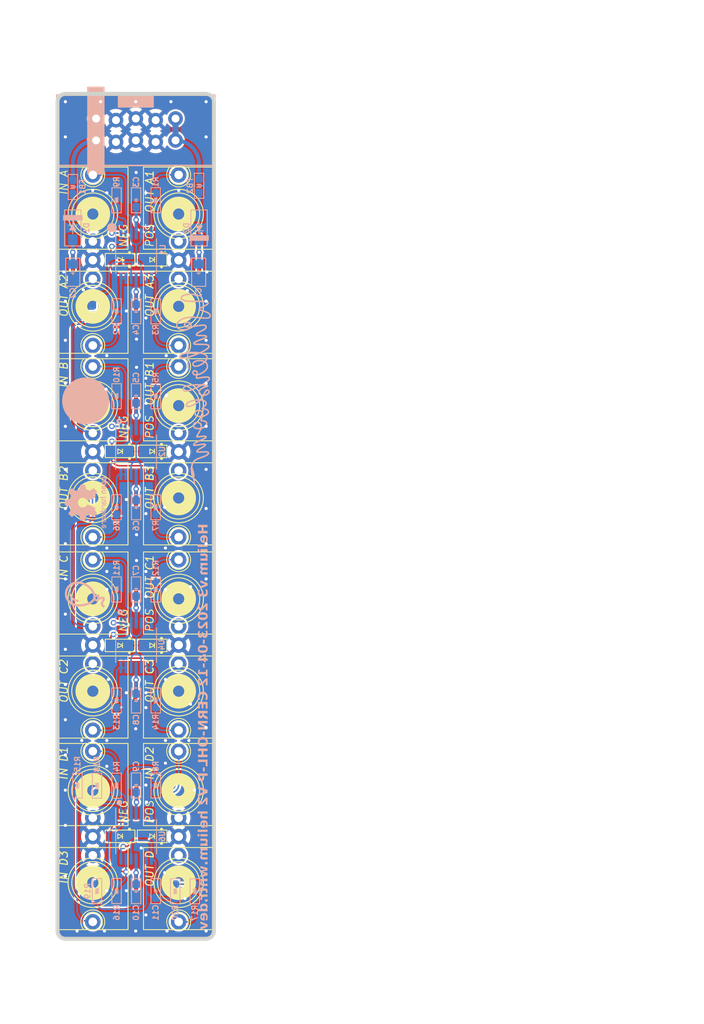
<source format=kicad_pcb>
(kicad_pcb (version 20221018) (generator pcbnew)
  (title_block (title "Helium") (date "2023-04-12") (rev "v3") (company "Winterbloom") (comment 1 "Alethea Flowers") (comment 2 "CERN-OHL-P V2") (comment 3 "helium.wntr.dev"))
  (layers (0 "F.Cu" signal) (31 "B.Cu" signal) (34 "B.Paste" user) (35 "F.Paste" user) (36 "B.SilkS" user "B.Silkscreen") (37 "F.SilkS" user "F.Silkscreen") (38 "B.Mask" user) (39 "F.Mask" user) (44 "Edge.Cuts" user))
  (net 0 "")
  (net 1 "GND")
  (net 2 "+12V")
  (net 3 "-12V")
  (net 4 "Net-(FB1-Pad2)")
  (net 5 "Net-(FB2-Pad2)")
  (net 6 "Net-(U6C--)")
  (net 7 "Net-(U6D-+)")
  (net 8 "Net-(D1-K)")
  (net 9 "Net-(D2-A)")
  (net 10 "Net-(R18-Pad1)")
  (net 11 "Net-(D3-A)")
  (net 12 "Net-(D3-K)")
  (net 13 "Net-(D5-A)")
  (net 14 "Net-(D5-K)")
  (net 15 "Net-(D7-A)")
  (net 16 "Net-(D7-K)")
  (net 17 "Net-(D10-K)")
  (net 18 "Net-(D10-A)")
  (net 19 "Net-(J2-Tip)")
  (net 20 "Net-(J3-Tip)")
  (net 22 "Net-(J4-Tip)")
  (net 24 "Net-(J5-Tip)")
  (net 26 "Net-(J12-Tip_normalize)")
  (net 27 "Net-(J8-Tip)")
  (net 29 "Net-(J9-Tip)")
  (net 31 "Net-(J10-Tip)")
  (net 33 "Net-(J12-Tip)")
  (net 34 "Net-(J13-Tip)")
  (net 36 "Net-(J14-Tip)")
  (net 38 "Net-(J15-Tip)")
  (net 40 "Net-(J17-Tip)")
  (net 42 "Net-(J18-Tip)")
  (net 43 "Net-(J19-Tip)")
  (net 44 "Net-(J20-Tip)")
  (net 45 "Net-(U1B--)")
  (net 46 "Net-(U1D--)")
  (net 47 "Net-(U1C--)")
  (net 48 "Net-(U6A--)")
  (net 49 "Net-(U2B--)")
  (net 50 "Net-(U2D--)")
  (net 51 "Net-(U2C--)")
  (net 52 "Net-(U4B--)")
  (net 53 "Net-(U4D--)")
  (net 54 "Net-(U4C--)")
  (net 55 "Net-(U6B--)")
  (footprint "winterbloom:AudioJack_WQP518MA_Compact_S" (layer "F.Cu") (at 104.39 63.31)
    (fp_text reference "J3" hide)
    (fp_text value "OUT A1")
  )
  (footprint "winterbloom:AudioJack_WQP518MA_No_S" (layer "F.Cu") (at 93.41 75.11 180)
    (fp_text reference "J4" hide)
    (fp_text value "OUT A2")
  )
  (footprint "winterbloom:AudioJack_WQP518MA_No_S" (layer "F.Cu") (at 104.39 75.11 180)
    (fp_text reference "J5" hide)
    (fp_text value "OUT A3")
  )
  (footprint "winterbloom:AudioJack_WQP518MA_Compact_S" (layer "F.Cu") (at 104.39 87.8)
    (fp_text reference "J8" hide)
    (fp_text value "OUT B1")
  )
  (footprint "winterbloom:AudioJack_WQP518MA_No_S" (layer "F.Cu") (at 93.41 99.6 180)
    (fp_text reference "J9" hide)
    (fp_text value "OUT B2")
  )
  (footprint "winterbloom:AudioJack_WQP518MA_No_S" (layer "F.Cu") (at 104.39 99.6 180)
    (fp_text reference "J10" hide)
    (fp_text value "OUT B3")
  )
  (footprint "winterbloom:AudioJack_WQP518MA_Compact_S" (layer "F.Cu") (at 93.41 63.31)
    (fp_text reference "J2" hide)
    (fp_text value "IN A")
  )
  (footprint "winterbloom:AudioJack_WQP518MA_Compact_S" (layer "F.Cu") (at 93.41 87.8)
    (fp_text reference "J7" hide)
    (fp_text value "IN B")
  )
  (footprint "winterbloom:LED_0805_Kingbright_APT2012" (layer "F.Cu") (at 101 69.15 180)
    (fp_text reference "D3" hide)
    (fp_text value "POS")
  )
  (footprint "winterbloom:LED_0805_Kingbright_APT2012" (layer "F.Cu") (at 96.9 93.65 180)
    (fp_text reference "D6" hide)
    (fp_text value "NEG")
  )
  (footprint "winterbloom:LED_0805_Kingbright_APT2012" (layer "F.Cu") (at 101 118.45 180)
    (fp_text reference "D7" hide)
    (fp_text value "POS")
  )
  (footprint "winterbloom:LED_0805_Kingbright_APT2012" (layer "F.Cu") (at 96.9 118.45 180)
    (fp_text reference "D8" hide)
    (fp_text value "NEG")
  )
  (footprint "winterbloom:LED_0805_Kingbright_APT2012" (layer "F.Cu") (at 101 142.85 180)
    (fp_text reference "D9" hide)
    (fp_text value "POS")
  )
  (footprint "winterbloom:LED_0805_Kingbright_APT2012" (layer "F.Cu") (at 96.9 142.85 180)
    (fp_text reference "D10" hide)
    (fp_text value "NEG")
  )
  (footprint "winterbloom:AudioJack_WQP518MA_Compact_S" (layer "F.Cu") (at 93.41 112.5)
    (fp_text reference "J12" hide)
    (fp_text value "IN C")
  )
  (footprint "winterbloom:AudioJack_WQP518MA_Compact_S" (layer "F.Cu") (at 104.39 112.5)
    (fp_text reference "J13" hide)
    (fp_text value "OUT C1")
  )
  (footprint "winterbloom:AudioJack_WQP518MA_No_S" (layer "F.Cu") (at 93.41 124.3 180)
    (fp_text reference "J14" hide)
    (fp_text value "OUT C2")
  )
  (footprint "winterbloom:AudioJack_WQP518MA_No_S" (layer "F.Cu") (at 104.39 124.3 180)
    (fp_text reference "J15" hide)
    (fp_text value "OUT C3")
  )
  (footprint "winterbloom:AudioJack_WQP518MA_Compact_S" (layer "F.Cu") (at 104.39 136.98)
    (fp_text reference "J19" hide)
    (fp_text value "IN D2")
  )
  (footprint "winterbloom:AudioJack_WQP518MA_Compact_S" (layer "F.Cu") (at 93.41 136.98)
    (fp_text reference "J18" hide)
    (fp_text value "IN D1")
  )
  (footprint "winterbloom:LED_0805_Kingbright_APT2012" (layer "F.Cu") (at 96.9 69.15 180)
    (fp_text reference "D4" hide)
    (fp_text value "NEG")
  )
  (footprint "winterbloom:LED_0805_Kingbright_APT2012" (layer "F.Cu") (at 101 93.65 180)
    (fp_text reference "D5" hide)
    (fp_text value "POS")
  )
  (footprint "winterbloom:AudioJack_WQP518MA_No_S" (layer "F.Cu") (at 104.39 148.78 180)
    (fp_text reference "J17" hide)
    (fp_text value "OUT D")
  )
  (footprint "winterbloom:AudioJack_WQP518MA_No_S" (layer "F.Cu") (at 93.41 148.78 180)
    (fp_text reference "J20" hide)
    (fp_text value "IN D3")
  )
  (footprint "winterbloom:C_0805_HandSolder" (layer "B.Cu") (at 106.95 70.75 -90)
    (fp_text reference "C1")
    (fp_text value "10u")
  )
  (footprint "winterbloom:C_0805_HandSolder" (layer "B.Cu") (at 90.85 70.75 -90)
    (fp_text reference "C2")
    (fp_text value "10u")
  )
  (footprint "winterbloom:C_0603_HandSolder" (layer "B.Cu") (at 98.95 61.55 90)
    (fp_text reference "C3")
    (fp_text value "100n")
  )
  (footprint "winterbloom:C_0603_HandSolder" (layer "B.Cu") (at 98.95 75.7375 -90)
    (fp_text reference "C4")
    (fp_text value "100n")
  )
  (footprint "winterbloom:C_0603_HandSolder" (layer "B.Cu") (at 98.95 86.6 90)
    (fp_text reference "C5")
    (fp_text value "100n")
  )
  (footprint "winterbloom:C_0603_HandSolder" (layer "B.Cu") (at 98.95 100.7875 -90)
    (fp_text reference "C6")
    (fp_text value "100n")
  )
  (footprint "winterbloom:D_SOD-123+SOD-123F" (layer "B.Cu") (at 90.85 65.0875 -90)
    (fp_text reference "D1")
    (fp_text value "30V")
  )
  (footprint "winterbloom:D_SOD-123+SOD-123F" (layer "B.Cu") (at 107 65.0875 90)
    (fp_text reference "D2")
    (fp_text value "30V")
  )
  (footprint "winterbloom:L_0603_HandSolder" (layer "B.Cu") (at 90.854037 59.85 90)
    (fp_text reference "FB1")
    (fp_text value "1k @ 100MHz")
  )
  (footprint "winterbloom:R_0603_HandSolder" (layer "B.Cu") (at 101.45 61.55 -90)
    (fp_text reference "R1")
    (fp_text value "51R")
  )
  (footprint "winterbloom:R_0603_HandSolder" (layer "B.Cu") (at 96.45 75.7375 90)
    (fp_text reference "R2")
    (fp_text value "51R")
  )
  (footprint "winterbloom:R_0603_HandSolder" (layer "B.Cu") (at 101.45 75.7375 90)
    (fp_text reference "R3")
    (fp_text value "51R")
  )
  (footprint "winterbloom:R_0603_HandSolder" (layer "B.Cu") (at 101.45 86.6 -90)
    (fp_text reference "R5")
    (fp_text value "51R")
  )
  (footprint "winterbloom:R_0603_HandSolder" (layer "B.Cu") (at 96.45 100.7875 90)
    (fp_text reference "R6")
    (fp_text value "51R")
  )
  (footprint "winterbloom:R_0603_HandSolder" (layer "B.Cu") (at 101.45 100.7875 90)
    (fp_text reference "R7")
    (fp_text value "51R")
  )
  (footprint "Package_SO:TSSOP-14_4.4x5mm_P0.65mm" (layer "B.Cu") (at 98.95 68.675 -90)
    (fp_text reference "U1")
    (fp_text value "OPA4991" hide)
  )
  (footprint "Package_SO:TSSOP-14_4.4x5mm_P0.65mm" (layer "B.Cu") (at 98.95 93.725 -90)
    (fp_text reference "U2")
    (fp_text value "OPA4991" hide)
  )
  (footprint "winterbloom:L_0603_HandSolder" (layer "B.Cu") (at 106.995962 59.7 90)
    (fp_text reference "FB2")
    (fp_text value "1k @ 100MHz")
  )
  (footprint "winterbloom:R_0603_HandSolder" (layer "B.Cu") (at 96.447244 61.55 -90)
    (fp_text reference "R9")
    (fp_text value "1.5k")
  )
  (footprint "winterbloom:R_0603_HandSolder" (layer "B.Cu") (at 96.45 86.6 -90)
    (fp_text reference "R10")
    (fp_text value "1.5k")
  )
  (footprint "winterbloom:Eurorack_Power_2x5_Shrouded_Lock" (layer "B.Cu") (at 93.83 51.207976)
    (fp_text reference "J1" hide)
    (fp_text value "Power" hide)
  )
  (footprint "winterbloom:R_0603_HandSolder" (layer "B.Cu") (at 96.45 111.3 -90)
    (fp_text reference "R11")
    (fp_text value "1.5k")
  )
  (footprint "winterbloom:R_0603_HandSolder" (layer "B.Cu") (at 101.45 111.3 -90)
    (fp_text reference "R12")
    (fp_text value "51R")
  )
  (footprint "winterbloom:R_0603_HandSolder" (layer "B.Cu") (at 96.45 125.4875 90)
    (fp_text reference "R13")
    (fp_text value "51R")
  )
  (footprint "winterbloom:R_0603_HandSolder" (layer "B.Cu") (at 101.45 125.4875 90)
    (fp_text reference "R14")
    (fp_text value "51R")
  )
  (footprint "winterbloom:R_0603_HandSolder" (layer "B.Cu") (at 96.45 149.85 90)
    (fp_text reference "R16")
    (fp_text value "1.5k")
  )
  (footprint "Package_SO:TSSOP-14_4.4x5mm_P0.65mm" (layer "B.Cu") (at 98.95 118.425 -90)
    (fp_text reference "U4")
    (fp_text value "OPA4991" hide)
  )
  (footprint "Package_SO:TSSOP-14_4.4x5mm_P0.65mm" (layer "B.Cu") (at 98.95 142.88 -90)
    (fp_text reference "U6")
    (fp_text value "OPA4991" hide)
  )
  (footprint "winterbloom:C_0603_HandSolder" (layer "B.Cu") (at 98.95 111.3 90)
    (fp_text reference "C7")
    (fp_text value "100n")
  )
  (footprint "winterbloom:C_0603_HandSolder" (layer "B.Cu") (at 98.95 125.4875 -90)
    (fp_text reference "C8")
    (fp_text value "100n")
  )
  (footprint "winterbloom:C_0603_HandSolder" (layer "B.Cu") (at 98.95 136.35 90)
    (fp_text reference "C9")
    (fp_text value "100n")
  )
  (footprint "winterbloom:C_0603_HandSolder" (layer "B.Cu") (at 98.95 149.85 -90)
    (fp_text reference "C10")
    (fp_text value "100n")
  )
  (footprint "winterbloom:R_0603_HandSolder" (layer "B.Cu") (at 101.45 136.35 -90)
    (fp_text reference "R8")
    (fp_text value "100k")
  )
  (footprint "winterbloom:C_0603_HandSolder" (layer "B.Cu") (at 101.45 149.85 90)
    (fp_text reference "C11")
    (fp_text value "12p")
  )
  (footprint "winterbloom:R_0603_HandSolder" (layer "B.Cu") (at 96.45 136.38 90)
    (fp_text reference "R4")
    (fp_text value "100k")
  )
  (footprint "winterbloom:R_0603_HandSolder" (layer "B.Cu") (at 91.45 136.38 -90)
    (fp_text reference "R15")
    (fp_text value "100k")
  )
  (footprint "winterbloom:R_0603_HandSolder" (layer "B.Cu") (at 93.95 136.38 90)
    (fp_text reference "R18")
    (fp_text value "100k")
  )
  (footprint "winterbloom:R_0603_HandSolder" (layer "B.Cu") (at 93.95 149.85 90)
    (fp_text reference "R19")
    (fp_text value "100k")
  )
  (footprint "winterbloom:R_0603_HandSolder" (layer "B.Cu") (at 103.95 149.88 -90)
    (fp_text reference "R20")
    (fp_text value "100k")
  )
  (footprint "winterbloom:R_0603_HandSolder" (layer "B.Cu") (at 106.45 149.88 90)
    (fp_text reference "R17")
    (fp_text value "51R")
  )
  (footprint "winterbloom:Extra_Long_Wiggly_Boi_25mm" (layer "B.Cu") (at 106.29 85.6 -90)
    (fp_text reference "G***" hide)
    (fp_text value "LOGO" hide)
  )
  (footprint "Symbol:OSHW-Logo2_7.3x6mm_SilkScreen" (layer "B.Cu") (at 92.59 100.2 -90)
    (fp_text reference "REF**" hide)
    (fp_text value "OSHW-Logo2_7.3x6mm_SilkScreen" hide)
  )
  (footprint "Graphics" (layer "B.Cu") (at 92.4 111.95 -90)
    (fp_text reference "")
    (fp_text value "")
  )
  (gr_circle (center 96.8 89.7875) (end 96.9 89.7875) (stroke (width 0.25)) (fill none) (layer "B.SilkS"))
  (gr_circle (center 96.9 114.185) (end 97 114.185) (stroke (width 0.25)) (fill none) (layer "B.SilkS"))
  (gr_circle (center 96.8 138.55) (end 96.9 138.55) (stroke (width 0.25)) (fill none) (layer "B.SilkS"))
  (gr_circle (center 92.49 87.2) (end 93.99 87.2) (stroke (width 3)) (fill none) (layer "B.SilkS"))
  (gr_circle (center 95.84 65.075) (end 96.34 65.075) (stroke (width 0.25)) (fill solid) (layer "B.SilkS"))
  (gr_line (start 88.9 154.95) (end 88.9 48.95) (stroke (width 0.5)) (layer "Edge.Cuts"))
  (gr_arc (start 88.9 48.95) (mid 89.192893 48.242893) (end 89.9 47.95) (stroke (width 0.5)) (layer "Edge.Cuts"))
  (gr_arc (start 89.9 155.95) (mid 89.192893 155.657107) (end 88.9 154.95) (stroke (width 0.5)) (layer "Edge.Cuts"))
  (gr_line (start 108.9 48.95) (end 108.9 154.95) (stroke (width 0.5)) (layer "Edge.Cuts"))
  (gr_arc (start 107.9 47.95) (mid 108.607107 48.242893) (end 108.9 48.95) (stroke (width 0.5)) (layer "Edge.Cuts"))
  (gr_line (start 89.9 47.95) (end 107.9 47.95) (stroke (width 0.5)) (layer "Edge.Cuts"))
  (gr_line (start 107.9 155.95) (end 89.9 155.95) (stroke (width 0.5)) (layer "Edge.Cuts"))
  (gr_arc (start 108.9 154.95) (mid 108.607107 155.657107) (end 107.9 155.95) (stroke (width 0.5)) (layer "Edge.Cuts"))
  (gr_text "${TITLE} ${REVISION} ${ISSUE_DATE} ${COMMENT2} ${COMMENT3}" (at 108.29 154.8 90) (layer "B.SilkS") (effects (font (size 1.2 1.2) (thickness 0.24) bold) (justify right bottom mirror)))
  (via (at 89.9 118.95) (size 0.7) (drill 0.4) (layers "F.Cu" "B.Cu") (net 1))
  (via (at 102.8 86.5) (size 0.7) (drill 0.4) (layers "F.Cu" "B.Cu") (net 1))
  (via (at 89.9 132.45) (size 0.7) (drill 0.4) (layers "F.Cu" "B.Cu") (net 1))
  (via (at 95.2 60.6) (size 0.7) (drill 0.4) (layers "F.Cu" "B.Cu") (net 1))
  (via (at 92 130.6) (size 0.7) (drill 0.4) (layers "F.Cu" "B.Cu") (net 1))
  (via (at 100.2 60.6) (size 0.7) (drill 0.4) (layers "F.Cu" "B.Cu") (net 1))
  (via (at 100.2 84.3) (size 0.7) (drill 0.4) (layers "F.Cu" "B.Cu") (net 1))
  (via (at 103.4 48.95) (size 0.7) (drill 0.4) (layers "F.Cu" "B.Cu") (net 1))
  (via (at 89.9 123.45) (size 0.7) (drill 0.4) (layers "F.Cu" "B.Cu") (net 1))
  (via (at 100.2 126.4) (size 0.7) (drill 0.4) (layers "F.Cu" "B.Cu") (net 1))
  (via (at 98.95 58) (size 0.7) (drill 0.4) (layers "F.Cu" "B.Cu") (net 1))
  (via (at 99.6 144.35) (size 0.7) (drill 0.4) (layers "F.Cu" "B.Cu") (net 1))
  (via (at 105.7 130.6) (size 0.7) (drill 0.4) (layers "F.Cu" "B.Cu") (net 1))
  (via (at 97.7 149.8) (size 0.7) (drill 0.4) (layers "F.Cu" "B.Cu") (net 1))
  (via (at 105.9 110.95) (size 0.7) (drill 0.4) (layers "F.Cu" "B.Cu") (net 1))
  (via (at 105.5 73.1) (size 0.7) (drill 0.4) (layers "F.Cu" "B.Cu") (net 1))
  (via (at 105.9 125.95) (size 0.7) (drill 0.4) (layers "F.Cu" "B.Cu") (net 1))
  (via (at 98.9 48.95) (size 0.7) (drill 0.4) (layers "F.Cu" "B.Cu") (net 1))
  (via (at 102.6 100.8) (size 0.7) (drill 0.4) (layers "F.Cu" "B.Cu") (net 1))
  (via (at 95.2 111.3) (size 0.7) (drill 0.4) (layers "F.Cu" "B.Cu") (net 1))
  (via (at 89.9 53.45) (size 0.7) (drill 0.4) (layers "F.Cu" "B.Cu") (net 1))
  (via (at 102.7 122.8) (size 0.7) (drill 0.4) (layers "F.Cu" "B.Cu") (net 1))
  (via (at 89.9 141.45) (size 0.7) (drill 0.4) (layers "F.Cu" "B.Cu") (net 1))
  (via (at 89.9 79.45) (size 0.7) (drill 0.4) (layers "F.Cu" "B.Cu") (net 1))
  (via (at 89.9 147.95) (size 0.7) (drill 0.4) (layers "F.Cu" "B.Cu") (net 1))
  (via (at 102.7 111.3) (size 0.7) (drill 0.4) (layers "F.Cu" "B.Cu") (net 1))
  (via (at 89.9 105.45) (size 0.7) (drill 0.4) (layers "F.Cu" "B.Cu") (net 1))
  (via (at 89.9 127.95) (size 0.7) (drill 0.4) (layers "F.Cu" "B.Cu") (net 1))
  (via (at 100.2 76.6) (size 0.7) (drill 0.4) (layers "F.Cu" "B.Cu") (net 1))
  (via (at 104.4 60.3) (size 0.7) (drill 0.4) (layers "F.Cu" "B.Cu") (net 1))
  (via (at 100.2 152.9) (size 0.7) (drill 0.4) (layers "F.Cu" "B.Cu") (net 1))
  (via (at 89.9 74.45) (size 0.7) (drill 0.4) (layers "F.Cu" "B.Cu") (net 1))
  (via (at 107.9 109.95) (size 0.7) (drill 0.4) (layers "F.Cu" "B.Cu") (net 1))
  (via (at 102.7 133.5) (size 0.7) (drill 0.4) (layers "F.Cu" "B.Cu") (net 1))
  (via (at 106.4 136.95) (size 0.7) (drill 0.4) (layers "F.Cu" "B.Cu") (net 1))
  (via (at 95.2 109) (size 0.7) (drill 0.4) (layers "F.Cu" "B.Cu") (net 1))
  (via (at 100.2 109) (size 0.7) (drill 0.4) (layers "F.Cu" "B.Cu") (net 1))
  (via (at 89.9 100.95) (size 0.7) (drill 0.4) (layers "F.Cu" "B.Cu") (net 1))
  (via (at 107.9 105.45) (size 0.7) (drill 0.4) (layers "F.Cu" "B.Cu") (net 1))
  (via (at 99 104.3) (size 0.7) (drill 0.4) (layers "F.Cu" "B.Cu") (net 1))
  (via (at 100.3 138.5) (size 0.7) (drill 0.4) (layers "F.Cu" "B.Cu") (net 1))
  (via (at 102.6 147.5) (size 0.7) (drill 0.4) (layers "F.Cu" "B.Cu") (net 1))
  (via (at 91.4 154.95) (size 0.7) (drill 0.4) (layers "F.Cu" "B.Cu") (net 1))
  (via (at 100.2 112.2) (size 0.7) (drill 0.4) (layers "F.Cu" "B.Cu") (net 1))
  (via (at 95.2 130.6) (size 0.7) (drill 0.4) (layers "F.Cu" "B.Cu") (net 1))
  (via (at 89.9 84.95) (size 0.7) (drill 0.4) (layers "F.Cu" "B.Cu") (net 1))
  (via (at 89.9 136.95) (size 0.7) (drill 0.4) (layers "F.Cu" "B.Cu") (net 1))
  (via (at 102.7 130.6) (size 0.7) (drill 0.4) (layers "F.Cu" "B.Cu") (net 1))
  (via (at 102.9 154.95) (size 0.7) (drill 0.4) (layers "F.Cu" "B.Cu") (net 1))
  (via (at 100.2 87.5) (size 0.7) (drill 0.4) (layers "F.Cu" "B.Cu") (net 1))
  (via (at 97.7 75.7) (size 0.7) (drill 0.4) (layers "F.Cu" "B.Cu") (net 1))
  (via (at 108 70.7) (size 0.7) (drill 0.4) (layers "F.Cu" "B.Cu") (net 1))
  (via (at 107.9 74.45) (size 0.7) (drill 0.4) (layers "F.Cu" "B.Cu") (net 1))
  (via (at 95.4 122.8) (size 0.7) (drill 0.4) (layers "F.Cu" "B.Cu") (net 1))
  (via (at 95.2 133.9) (size 0.7) (drill 0.4) (layers "F.Cu" "B.Cu") (net 1))
  (via (at 94.4 48.95) (size 0.7) (drill 0.4) (layers "F.Cu" "B.Cu") (net 1))
  (via (at 89.9 95.95) (size 0.7) (drill 0.4) (layers "F.Cu" "B.Cu") (net 1))
  (via (at 107.9 90.45) (size 0.7) (drill 0.4) (layers "F.Cu" "B.Cu") (net 1))
  (via (at 107.9 100.95) (size 0.7) (drill 0.4) (layers "F.Cu" "B.Cu") (net 1))
  (via (at 99 79.3) (size 0.7) (drill 0.4) (layers "F.Cu" "B.Cu") (net 1))
  (via (at 89.7 70.7) (size 0.7) (drill 0.4) (layers "F.Cu" "B.Cu") (net 1))
  (via (at 107.9 53.45) (size 0.7) (drill 0.4) (layers "F.Cu" "B.Cu") (net 1))
  (via (at 100.2 124.5) (size 0.7) (drill 0.4) (layers "F.Cu" "B.Cu") (net 1))
  (via (at 89.9 48.95) (size 0.7) (drill 0.4) (layers "F.Cu" "B.Cu") (net 1))
  (via (at 95.1 85.7) (size 0.7) (drill 0.4) (layers "F.Cu" "B.Cu") (net 1))
  (via (at 89.9 90.45) (size 0.7) (drill 0.4) (layers "F.Cu" "B.Cu") (net 1))
  (via (at 107.9 128.95) (size 0.7) (drill 0.4) (layers "F.Cu" "B.Cu") (net 1))
  (via (at 95.2 81.4) (size 0.7) (drill 0.4) (layers "F.Cu" "B.Cu") (net 1))
  (via (at 93.4 60.3) (size 0.7) (drill 0.4) (layers "F.Cu" "B.Cu") (net 1))
  (via (at 89.9 114.45) (size 0.7) (drill 0.4) (layers "F.Cu" "B.Cu") (net 1))
  (via (at 95.2 149.8) (size 0.7) (drill 0.4) (layers "F.Cu" "B.Cu") (net 1))
  (via (at 89.9 109.95) (size 0.7) (drill 0.4) (layers "F.Cu" "B.Cu") (net 1))
  (via (at 98.9 129.1) (size 0.7) (drill 0.4) (layers "F.Cu" "B.Cu") (net 1))
  (via (at 97.7 124.5) (size 0.7) (drill 0.4) (layers "F.Cu" "B.Cu") (net 1))
  (via (at 107.9 95.95) (size 0.7) (drill 0.4) (layers "F.Cu" "B.Cu") (net 1))
  (via (at 100.2 136.3) (size 0.7) (drill 0.4) (layers "F.Cu" "B.Cu") (net 1))
  (via (at 100.2 101.6) (size 0.7) (drill 0.4) (layers "F.Cu" "B.Cu") (net 1))
  (via (at 99 107.6) (size 0.7) (drill 0.4) (layers "F.Cu" "B.Cu") (net 1))
  (via (at 99 82.9) (size 0.7) (drill 0.4) (layers "F.Cu" "B.Cu") (net 1))
  (via (at 107.9 84.95) (size 0.7) (drill 0.4) (layers "F.Cu" "B.Cu") (net 1))
  (via (at 92.2 73) (size 0.7) (drill 0.4) (layers "F.Cu" "B.Cu") (net 1))
  (via (at 107.9 79.45) (size 0.7) (drill 0.4) (layers "F.Cu" "B.Cu") (net 1))
  (via (at 107.9 48.95) (size 0.7) (drill 0.4) (layers "F.Cu" "B.Cu") (net 1))
  (via (at 98.9 154.95) (size 0.7) (drill 0.4) (layers "F.Cu" "B.Cu") (net 1))
  (via (at 107.9 154.95) (size 0.7) (drill 0.4) (layers "F.Cu" "B.Cu") (net 1))
  (via (at 97.7 99.8) (size 0.7) (drill 0.4) (layers "F.Cu" "B.Cu") (net 1))
  (via (at 102.7 106) (size 0.7) (drill 0.4) (layers "F.Cu" "B.Cu") (net 1))
  (via (at 102.8 81.4) (size 0.7) (drill 0.4) (layers "F.Cu" "B.Cu") (net 1))
  (via (at 94.9 154.95) (size 0.7) (drill 0.4) (layers "F.Cu" "B.Cu") (net 1))
  (via (at 105.2 150.8) (size 0.7) (drill 0.4) (layers "F.Cu" "B.Cu") (net 1))
  (via (at 95.2 106) (size 0.7) (drill 0.4) (layers "F.Cu" "B.Cu") (net 1))
  (segment (start 100.42 65.23) (end 106.02 65.23) (width 0.5) (layer "F.Cu") (net 2))
  (segment (start 100.42 65.23) (end 100.13 65.23) (width 0.5) (layer "F.Cu") (net 2))
  (segment (start 107.02 67.08) (end 107.02 83.38) (width 0.5) (layer "F.Cu") (net 2))
  (segment (start 100.42 134.63) (end 104.82 134.63) (width 0.5) (layer "F.Cu") (net 2))
  (segment (start 100.42 85.43) (end 104.97 85.43) (width 0.5) (layer "F.Cu") (net 2))
  (segment (start 107.02 83.38) (end 107.02 106.43) (width 0.5) (layer "F.Cu") (net 2))
  (segment (start 99 136.4) (end 99 138.5) (width 0.5) (layer "F.Cu") (net 2))
  (segment (start 107.02 106.43) (end 107.02 107.53) (width 0.5) (layer "F.Cu") (net 2))
  (segment (start 107.02 66.23) (end 107.02 67.08) (width 0.5) (layer "F.Cu") (net 2))
  (segment (start 98.95 89.05) (end 98.95 86.9) (width 0.5) (layer "F.Cu") (net 2))
  (segment (start 107.02 106.43) (end 107.02 132.43) (width 0.5) (layer "F.Cu") (net 2))
  (segment (start 104.37 110.18) (end 100.52 110.18) (width 0.5) (layer "F.Cu") (net 2))
  (segment (start 99 136.05) (end 99 136.4) (width 0.5) (layer "F.Cu") (net 2))
  (segment (start 98.95 111.75) (end 98.95 113.65) (width 0.5) (layer "F.Cu") (net 2))
  (via (at 107 68.2) (size 0.7) (drill 0.4) (layers "F.Cu" "B.Cu") (net 2))
  (via (at 98.95 89.05) (size 0.7) (drill 0.4) (layers "F.Cu" "B.Cu") (net 2))
  (via (at 98.95 113.65) (size 0.7) (drill 0.4) (layers "F.Cu" "B.Cu") (net 2))
  (via (at 99 138.5) (size 0.7) (drill 0.4) (layers "F.Cu" "B.Cu") (net 2))
  (via (at 98.95 64.05) (size 0.7) (drill 0.4) (layers "F.Cu" "B.Cu") (net 2))
  (arc (start 98.95 86.9) (mid 99.380553 85.860553) (end 100.42 85.43) (width 0.5) (layer "F.Cu") (net 2))
  (arc (start 100.42 134.63) (mid 99.415908 135.045908) (end 99 136.05) (width 0.5) (layer "F.Cu") (net 2))
  (arc (start 100.52 110.18) (mid 99.409842 110.639842) (end 98.95 111.75) (width 0.5) (layer "F.Cu") (net 2))
  (arc (start 106.02 65.23) (mid 106.727107 65.522893) (end 107.02 66.23) (width 0.5) (layer "F.Cu") (net 2))
  (arc (start 107.02 83.38) (mid 106.419569 84.829569) (end 104.97 85.43) (width 0.5) (layer "F.Cu") (net 2))
  (arc (start 100.13 65.23) (mid 99.295614 64.884386) (end 98.95 64.05) (width 0.5) (layer "F.Cu") (net 2))
  (arc (start 107.02 107.53) (mid 106.243833 109.403833) (end 104.37 110.18) (width 0.5) (layer "F.Cu") (net 2))
  (arc (start 107.02 132.43) (mid 106.375635 133.985635) (end 104.82 134.63) (width 0.5) (layer "F.Cu") (net 2))
  (segment (start 98.95 89.05) (end 98.95 87.4625) (width 0.4) (layer "B.Cu") (net 2))
  (segment (start 107 68.2) (end 107 69.6625) (width 0.5) (layer "B.Cu") (net 2))
  (segment (start 98.95 65.8125) (end 98.95 62.4125) (width 0.4) (layer "B.Cu") (net 2))
  (segment (start 107 66.5875) (end 107 68.2) (width 0.5) (layer "B.Cu") (net 2))
  (segment (start 98.95 90.8625) (end 98.95 89.05) (width 0.4) (layer "B.Cu") (net 2))
  (segment (start 98.95 137.2125) (end 98.95 140.0175) (width 0.4) (layer "B.Cu") (net 2))
  (segment (start 98.95 113.65) (end 98.95 112.1625) (width 0.4) (layer "B.Cu") (net 2))
  (segment (start 98.95 115.5625) (end 98.95 113.65) (width 0.4) (layer "B.Cu") (net 2))
  (arc (start 107 69.6625) (mid 106.985355 69.697855) (end 106.95 69.7125) (width 0.5) (layer "B.Cu") (net 2))
  (segment (start 96.87 102.28) (end 96.92 102.28) (width 0.5) (layer "F.Cu") (net 3))
  (segment (start 93.42 77.73) (end 96.87 77.73) (width 0.5) (layer "F.Cu") (net 3))
  (segment (start 90.87 123.73) (end 90.87 124.23) (width 0.5) (layer "F.Cu") (net 3))
  (segment (start 98.95 75.65) (end 98.95 73.25) (width 0.5) (layer "F.Cu") (net 3))
  (segment (start 90.87 98.88) (end 90.87 99.73) (width 0.5) (layer "F.Cu") (net 3))
  (segment (start 90.87 98.88) (end 90.87 123.73) (width 0.5) (layer "F.Cu") (net 3))
  (segment (start 97.07 151.53) (end 97.22 151.53) (width 0.5) (layer "F.Cu") (net 3))
  (segment (start 93.42 126.78) (end 96.72 126.78) (width 0.5) (layer "F.Cu") (net 3))
  (segment (start 98.95 124.55) (end 98.95 122.85) (width 0.5) (layer "F.Cu") (net 3))
  (segment (start 98.95 100.25) (end 98.95 98.45) (width 0.5) (layer "F.Cu") (net 3))
  (segment (start 93.42 151.53) (end 97.07 151.53) (width 0.5) (layer "F.Cu") (net 3))
  (segment (start 90.87 75.18) (end 90.87 68.22) (width 0.5) (layer "F.Cu") (net 3))
  (segment (start 98.95 149.8) (end 98.95 147.5) (width 0.5) (layer "F.Cu") (net 3))
  (segment (start 90.87 75.13) (end 90.87 75.18) (width 0.5) (layer "F.Cu") (net 3))
  (segment (start 90.87 75.13) (end 90.87 98.88) (width 0.5) (layer "F.Cu") (net 3))
  (segment (start 93.42 102.28) (end 96.87 102.28) (width 0.5) (layer "F.Cu") (net 3))
  (segment (start 90.87 123.73) (end 90.87 148.98) (width 0.5) (layer "F.Cu") (net 3))
  (via (at 98.95 98.45) (size 0.7) (drill 0.4) (layers "F.Cu" "B.Cu") (net 3))
  (via (at 98.95 122.85) (size 0.7) (drill 0.4) (layers "F.Cu" "B.Cu") (net 3))
  (via (at 98.95 73.25) (size 0.7) (drill 0.4) (layers "F.Cu" "B.Cu") (net 3))
  (via (at 98.95 147.5) (size 0.7) (drill 0.4) (layers "F.Cu" "B.Cu") (net 3))
  (via (at 90.85 68.2) (size 0.7) (drill 0.4) (layers "F.Cu" "B.Cu") (net 3))
  (arc (start 97.22 151.53) (mid 98.443295 151.023295) (end 98.95 149.8) (width 0.5) (layer "F.Cu") (net 3))
  (arc (start 96.87 77.73) (mid 98.340782 77.120782) (end 98.95 75.65) (width 0.5) (layer "F.Cu") (net 3))
  (arc (start 90.87 148.98) (mid 91.616878 150.783122) (end 93.42 151.53) (width 0.5) (layer "F.Cu") (net 3))
  (arc (start 96.92 102.28) (mid 98.355427 101.685427) (end 98.95 100.25) (width 0.5) (layer "F.Cu") (net 3))
  (arc (start 90.87 75.18) (mid 91.616878 76.983122) (end 93.42 77.73) (width 0.5) (layer "F.Cu") (net 3))
  (arc (start 96.72 126.78) (mid 98.296848 126.126848) (end 98.95 124.55) (width 0.5) (layer "F.Cu") (net 3))
  (arc (start 90.87 124.23) (mid 91.616878 126.033122) (end 93.42 126.78) (width 0.5) (layer "F.Cu") (net 3))
  (arc (start 90.87 68.22) (mid 90.864142 68.205858) (end 90.85 68.2) (width 0.5) (layer "F.Cu") (net 3))
  (arc (start 90.87 99.73) (mid 91.616878 101.533122) (end 93.42 102.28) (width 0.5) (layer "F.Cu") (net 3))
  (segment (start 98.95 96.5875) (end 98.95 99.925) (width 0.4) (layer "B.Cu") (net 3))
  (segment (start 98.95 71.5375) (end 98.95 73.25) (width 0.4) (layer "B.Cu") (net 3))
  (segment (start 98.95 122.85) (end 98.95 124.625) (width 0.4) (layer "B.Cu") (net 3))
  (segment (start 90.85 68.2) (end 90.85 69.7125) (width 0.5) (layer "B.Cu") (net 3))
  (segment (start 98.95 73.25) (end 98.95 74.875) (width 0.4) (layer "B.Cu") (net 3))
  (segment (start 90.85 66.5875) (end 90.85 68.2) (width 0.5) (layer "B.Cu") (net 3))
  (segment (start 98.95 145.7425) (end 98.95 148.9875) (width 0.4) (layer "B.Cu") (net 3))
  (segment (start 98.95 121.2875) (end 98.95 122.85) (width 0.4) (layer "B.Cu") (net 3))
  (segment (start 93.83 53.900376) (end 93.83 51.106376) (width 0.8) (layer "B.Cu") (net 4))
  (segment (start 90.854037 58.975) (end 90.854037 56.876339) (width 0.5) (layer "B.Cu") (net 4))
  (arc (start 90.854037 56.876339) (mid 91.725676 54.772015) (end 93.83 53.900376) (width 0.5) (layer "B.Cu") (net 4))
  (segment (start 106.995962 58.825) (end 106.995962 56.906338) (width 0.5) (layer "B.Cu") (net 5))
  (segment (start 103.99 51.106376) (end 103.99 53.900376) (width 0.8) (layer "B.Cu") (net 5))
  (arc (start 106.995962 56.906338) (mid 106.115536 54.780802) (end 103.99 53.900376) (width 0.5) (layer "B.Cu") (net 5))
  (segment (start 93.95 151.28) (end 93.95 150.7625) (width 0.2) (layer "B.Cu") (net 6))
  (segment (start 99.35 152.18) (end 94.85 152.18) (width 0.2) (layer "B.Cu") (net 6))
  (segment (start 103.95 150.7925) (end 101.53 150.7925) (width 0.2) (layer "B.Cu") (net 6))
  (segment (start 100.25 145.7425) (end 100.25 149.5125) (width 0.2) (layer "B.Cu") (net 6))
  (segment (start 100.25 149.5125) (end 100.25 151.28) (width 0.2) (layer "B.Cu") (net 6))
  (arc (start 100.25 149.5125) (mid 100.601472 150.361028) (end 101.45 150.7125) (width 0.2) (layer "B.Cu") (net 6))
  (arc (start 101.53 150.7925) (mid 101.473431 150.769069) (end 101.45 150.7125) (width 0.2) (layer "B.Cu") (net 6))
  (arc (start 100.25 151.28) (mid 99.986396 151.916396) (end 99.35 152.18) (width 0.2) (layer "B.Cu") (net 6))
  (arc (start 94.85 152.18) (mid 94.213604 151.916396) (end 93.95 151.28) (width 0.2) (layer "B.Cu") (net 6))
  (segment (start 101.45 148.9875) (end 103.93 148.9875) (width 0.2) (layer "B.Cu") (net 7))
  (segment (start 98.3 145.7425) (end 98.3 144) (width 0.2) (layer "B.Cu") (net 7))
  (segment (start 103.95 148.9675) (end 106.45 148.9675) (width 0.2) (layer "B.Cu") (net 7))
  (segment (start 98.95 143.35) (end 100.25 143.35) (width 0.2) (layer "B.Cu") (net 7))
  (segment (start 101.45 148.9875) (end 101.45 146.2925) (width 0.2) (layer "B.Cu") (net 7))
  (segment (start 100.9 144) (end 100.9 145.7425) (width 0.2) (layer "B.Cu") (net 7))
  (arc (start 103.93 148.9875) (mid 103.944142 148.981642) (end 103.95 148.9675) (width 0.2) (layer "B.Cu") (net 7))
  (arc (start 101.45 146.2925) (mid 101.288909 145.903591) (end 100.9 145.7425) (width 0.2) (layer "B.Cu") (net 7))
  (arc (start 98.3 144) (mid 98.490381 143.540381) (end 98.95 143.35) (width 0.2) (layer "B.Cu") (net 7))
  (arc (start 100.25 143.35) (mid 100.709619 143.540381) (end 100.9 144) (width 0.2) (layer "B.Cu") (net 7))
  (segment (start 90.854037 60.725) (end 90.854037 63.583463) (width 0.5) (layer "B.Cu") (net 8))
  (arc (start 90.854037 63.583463) (mid 90.852855 63.586318) (end 90.85 63.5875) (width 0.5) (layer "B.Cu") (net 8))
  (segment (start 106.995962 60.575) (end 106.995962 63.583462) (width 0.5) (layer "B.Cu") (net 9))
  (arc (start 106.995962 63.583462) (mid 106.997145 63.586317) (end 107 63.5875) (width 0.5) (layer "B.Cu") (net 9))
  (segment (start 96.35 141.88) (end 96.25 141.88) (width 0.2) (layer "B.Cu") (net 10))
  (segment (start 95.45 142.68) (end 95.45 146.38) (width 0.2) (layer "B.Cu") (net 10))
  (segment (start 97 140.0175) (end 97 141.23) (width 0.2) (layer "B.Cu") (net 10))
  (segment (start 97 140.0175) (end 97 139.33) (width 0.2) (layer "B.Cu") (net 10))
  (segment (start 93.95 137.98) (end 93.95 137.2925) (width 0.2) (layer "B.Cu") (net 10))
  (segment (start 93.95 147.78) (end 93.95 148.9375) (width 0.2) (layer "B.Cu") (net 10))
  (segment (start 94.65 147.18) (end 94.55 147.18) (width 0.2) (layer "B.Cu") (net 10))
  (segment (start 96.35 138.68) (end 94.65 138.68) (width 0.2) (layer "B.Cu") (net 10))
  (arc (start 97 141.23) (mid 96.809619 141.689619) (end 96.35 141.88) (width 0.2) (layer "B.Cu") (net 10))
  (arc (start 94.65 138.68) (mid 94.155025 138.474975) (end 93.95 137.98) (width 0.2) (layer "B.Cu") (net 10))
  (arc (start 96.25 141.88) (mid 95.684315 142.114315) (end 95.45 142.68) (width 0.2) (layer "B.Cu") (net 10))
  (arc (start 97 139.33) (mid 96.809619 138.870381) (end 96.35 138.68) (width 0.2) (layer "B.Cu") (net 10))
  (arc (start 95.45 146.38) (mid 95.215685 146.945685) (end 94.65 147.18) (width 0.2) (layer "B.Cu") (net 10))
  (arc (start 94.55 147.18) (mid 94.125736 147.355736) (end 93.95 147.78) (width 0.2) (layer "B.Cu") (net 10))
  (segment (start 98.075 69.15) (end 98.075 66.775) (width 0.2) (layer "F.Cu") (net 11))
  (segment (start 97.05 65.75) (end 95.85 65.75) (width 0.2) (layer "F.Cu") (net 11))
  (segment (start 99.825 69.15) (end 98.075 69.15) (width 0.2) (layer "F.Cu") (net 11))
  (via (at 95.85 65.75) (size 0.7) (drill 0.4) (layers "F.Cu" "B.Cu") (net 11))
  (arc (start 98.075 66.775) (mid 97.774784 66.050216) (end 97.05 65.75) (width 0.2) (layer "F.Cu") (net 11))
  (segment (start 95.85 65.75) (end 96.9375 65.75) (width 0.2) (layer "B.Cu") (net 11))
  (arc (start 96.9375 65.75) (mid 96.981694 65.768306) (end 97 65.8125) (width 0.2) (layer "B.Cu") (net 11))
  (segment (start 96.67 70.88) (end 101.305918 70.88) (width 0.2) (layer "F.Cu") (net 12))
  (segment (start 95.725 69.15) (end 95.725 69.935) (width 0.2) (layer "F.Cu") (net 12))
  (segment (start 102.175 70.010918) (end 102.175 69.15) (width 0.2) (layer "F.Cu") (net 12))
  (segment (start 95.725 69.15) (end 95.725 67.575) (width 0.2) (layer "F.Cu") (net 12))
  (via (at 95.85 67.45) (size 0.7) (drill 0.4) (layers "F.Cu" "B.Cu") (net 12))
  (arc (start 95.725 67.575) (mid 95.761612 67.486612) (end 95.85 67.45) (width 0.2) (layer "F.Cu") (net 12))
  (arc (start 101.305918 70.88) (mid 101.920452 70.625452) (end 102.175 70.010918) (width 0.2) (layer "F.Cu") (net 12))
  (arc (start 95.725 69.935) (mid 96.001784 70.603216) (end 96.67 70.88) (width 0.2) (layer "F.Cu") (net 12))
  (segment (start 95.85 67.45) (end 96.965685 67.45) (width 0.2) (layer "B.Cu") (net 12))
  (segment (start 96.447244 62.4625) (end 96.447244 63.147244) (width 0.2) (layer "B.Cu") (net 12))
  (segment (start 97.65 64.35) (end 97.65 65.8125) (width 0.2) (layer "B.Cu") (net 12))
  (segment (start 97.65 66.765685) (end 97.65 65.8125) (width 0.2) (layer "B.Cu") (net 12))
  (arc (start 97.15 63.85) (mid 97.503553 63.996447) (end 97.65 64.35) (width 0.2) (layer "B.Cu") (net 12))
  (arc (start 96.965685 67.45) (mid 97.449569 67.249569) (end 97.65 66.765685) (width 0.2) (layer "B.Cu") (net 12))
  (arc (start 96.447244 63.147244) (mid 96.653076 63.644168) (end 97.15 63.85) (width 0.2) (layer "B.Cu") (net 12))
  (segment (start 98.075 93.65) (end 98.075 91.375) (width 0.2) (layer "F.Cu") (net 13))
  (segment (start 97.925 93.65) (end 99.975 93.65) (width 0.2) (layer "F.Cu") (net 13))
  (segment (start 97.15 90.45) (end 95.85 90.45) (width 0.2) (layer "F.Cu") (net 13))
  (via (at 95.85 90.45) (size 0.7) (drill 0.4) (layers "F.Cu" "B.Cu") (net 13))
  (arc (start 98.075 91.375) (mid 97.804074 90.720926) (end 97.15 90.45) (width 0.2) (layer "F.Cu") (net 13))
  (segment (start 95.85 90.45) (end 96.5875 90.45) (width 0.2) (layer "B.Cu") (net 13))
  (arc (start 96.5875 90.45) (mid 96.879182 90.570818) (end 97 90.8625) (width 0.2) (layer "B.Cu") (net 13))
  (segment (start 102.175 94.275) (end 102.175 93.65) (width 0.2) (layer "F.Cu") (net 14))
  (segment (start 96.87 95.48) (end 100.97 95.48) (width 0.2) (layer "F.Cu") (net 14))
  (segment (start 95.85 92.35) (end 95.85 93.525) (width 0.2) (layer "F.Cu") (net 14))
  (segment (start 95.725 93.65) (end 95.725 94.335) (width 0.2) (layer "F.Cu") (net 14))
  (via (at 95.85 92.35) (size 0.7) (drill 0.4) (layers "F.Cu" "B.Cu") (net 14))
  (arc (start 100.97 95.48) (mid 101.822064 95.127064) (end 102.175 94.275) (width 0.2) (layer "F.Cu") (net 14))
  (arc (start 95.725 94.335) (mid 96.060363 95.144637) (end 96.87 95.48) (width 0.2) (layer "F.Cu") (net 14))
  (arc (start 95.85 93.525) (mid 95.813388 93.613388) (end 95.725 93.65) (width 0.2) (layer "F.Cu") (net 14))
  (segment (start 97.65 90.8625) (end 97.65 91.75) (width 0.2) (layer "B.Cu") (net 14))
  (segment (start 97.15 89.35) (end 96.95 89.35) (width 0.2) (layer "B.Cu") (net 14))
  (segment (start 96.45 88.85) (end 96.45 87.5125) (width 0.2) (layer "B.Cu") (net 14))
  (segment (start 97.05 92.35) (end 95.85 92.35) (width 0.2) (layer "B.Cu") (net 14))
  (segment (start 97.65 90.8625) (end 97.65 89.85) (width 0.2) (layer "B.Cu") (net 14))
  (arc (start 97.65 89.85) (mid 97.503553 89.496447) (end 97.15 89.35) (width 0.2) (layer "B.Cu") (net 14))
  (arc (start 97.65 91.75) (mid 97.474264 92.174264) (end 97.05 92.35) (width 0.2) (layer "B.Cu") (net 14))
  (arc (start 96.95 89.35) (mid 96.596447 89.203553) (end 96.45 88.85) (width 0.2) (layer "B.Cu") (net 14))
  (segment (start 98.075 118.45) (end 99.825 118.45) (width 0.2) (layer "F.Cu") (net 15))
  (segment (start 97.05 115.55) (end 96.05 115.55) (width 0.2) (layer "F.Cu") (net 15))
  (segment (start 98.075 118.45) (end 98.075 116.575) (width 0.2) (layer "F.Cu") (net 15))
  (via (at 96.05 115.55) (size 0.7) (drill 0.4) (layers "F.Cu" "B.Cu") (net 15))
  (arc (start 98.075 116.575) (mid 97.774784 115.850216) (end 97.05 115.55) (width 0.2) (layer "F.Cu") (net 15))
  (segment (start 96.05 115.55) (end 96.9875 115.55) (width 0.2) (layer "B.Cu") (net 15))
  (arc (start 96.9875 115.55) (mid 96.996339 115.553661) (end 97 115.5625) (width 0.2) (layer "B.Cu") (net 15))
  (segment (start 95.725 118.45) (end 95.725 117.375) (width 0.2) (layer "F.Cu") (net 16))
  (segment (start 96.87 120.08) (end 100.97 120.08) (width 0.2) (layer "F.Cu") (net 16))
  (via (at 96.05 117.05) (size 0.7) (drill 0.4) (layers "F.Cu" "B.Cu") (net 16))
  (arc (start 95.725 118.935) (mid 96.060363 119.744637) (end 96.87 120.08) (width 0.2) (layer "F.Cu") (net 16))
  (arc (start 100.97 120.08) (mid 101.822064 119.727064) (end 102.175 118.875) (width 0.2) (layer "F.Cu") (net 16))
  (arc (start 95.725 117.375) (mid 95.82019 117.14519) (end 96.05 117.05) (width 0.2) (layer "F.Cu") (net 16))
  (segment (start 97.25 117.05) (end 96.05 117.05) (width 0.2) (layer "B.Cu") (net 16))
  (segment (start 97.65 115.5625) (end 97.65 116.65) (width 0.2) (layer "B.Cu") (net 16))
  (segment (start 96.45 113.35) (end 96.45 112.2125) (width 0.2) (layer "B.Cu") (net 16))
  (segment (start 97.65 115.5625) (end 97.65 114.55) (width 0.2) (layer "B.Cu") (net 16))
  (arc (start 97.65 116.65) (mid 97.532843 116.932843) (end 97.25 117.05) (width 0.2) (layer "B.Cu") (net 16))
  (arc (start 97.65 114.55) (mid 97.474264 114.125736) (end 97.05 113.95) (width 0.2) (layer "B.Cu") (net 16))
  (arc (start 97.05 113.95) (mid 96.625736 113.774264) (end 96.45 113.35) (width 0.2) (layer "B.Cu") (net 16))
  (segment (start 97.3 144.15) (end 97.7 144.15) (width 0.2) (layer "F.Cu") (net 17))
  (segment (start 98.05 143.8) (end 98.05 142.875) (width 0.2) (layer "F.Cu") (net 17))
  (segment (start 98.97 142.85) (end 99.825 142.85) (width 0.2) (layer "F.Cu") (net 17))
  (segment (start 98.075 142.85) (end 98.97 142.85) (width 0.2) (layer "F.Cu") (net 17))
  (via (at 97.3 144.15) (size 0.7) (drill 0.4) (layers "F.Cu" "B.Cu") (net 17))
  (arc (start 98.05 142.875) (mid 98.057322 142.857322) (end 98.075 142.85) (width 0.2) (layer "F.Cu") (net 17))
  (arc (start 97.7 144.15) (mid 97.947487 144.047487) (end 98.05 143.8) (width 0.2) (layer "F.Cu") (net 17))
  (segment (start 97 145.7425) (end 97 144.45) (width 0.2) (layer "B.Cu") (net 17))
  (arc (start 97 144.45) (mid 97.087868 144.237868) (end 97.3 144.15) (width 0.2) (layer "B.Cu") (net 17))
  (segment (start 96.9 141.05) (end 101 141.05) (width 0.2) (layer "F.Cu") (net 18))
  (segment (start 102.175 142.225) (end 102.175 142.85) (width 0.2) (layer "F.Cu") (net 18))
  (segment (start 95.725 142.85) (end 95.725 142.225) (width 0.2) (layer "F.Cu") (net 18))
  (segment (start 95.725 142.85) (end 95.725 145.475) (width 0.2) (layer "F.Cu") (net 18))
  (via (at 97.65 147.4) (size 0.7) (drill 0.4) (layers "F.Cu" "B.Cu") (net 18))
  (arc (start 101 141.05) (mid 101.83085 141.39415) (end 102.175 142.225) (width 0.2) (layer "F.Cu") (net 18))
  (arc (start 95.725 145.475) (mid 96.288819 146.836181) (end 97.65 147.4) (width 0.2) (layer "F.Cu") (net 18))
  (arc (start 95.725 142.225) (mid 96.06915 141.39415) (end 96.9 141.05) (width 0.2) (layer "F.Cu") (net 18))
  (segment (start 96.4925 148.9375) (end 96.45 148.9375) (width 0.2) (layer "B.Cu") (net 18))
  (segment (start 97.65 145.7425) (end 97.65 147.78) (width 0.2) (layer "B.Cu") (net 18))
  (arc (start 97.65 147.78) (mid 97.310976 148.598476) (end 96.4925 148.9375) (width 0.2) (layer "B.Cu") (net 18))
  (segment (start 98.3 65.8125) (end 98.3 66.535) (width 0.2) (layer "B.Cu") (net 19))
  (segment (start 93.490004 75.9) (end 93.090041 75.9) (width 0.2) (layer "B.Cu") (net 19))
  (segment (start 90.69 78.299996) (end 90.69 88.58) (width 0.2) (layer "B.Cu") (net 19))
  (segment (start 94.19 75.2) (end 94.19 73.96) (width 0.2) (layer "B.Cu") (net 19))
  (segment (start 98.3 70.105) (end 98.3 71.5375) (width 0.2) (layer "B.Cu") (net 19))
  (segment (start 95.49 72.66) (end 95.49 72.61) (width 0.2) (layer "B.Cu") (net 19))
  (segment (start 96.8 58.3) (end 93.42 58.3) (width 0.2) (layer "B.Cu") (net 19))
  (segment (start 99.6 65.8125) (end 99.6 66.535) (width 0.2) (layer "B.Cu") (net 19))
  (segment (start 98.96 69.445) (end 96.455 69.445) (width 0.2) (layer "B.Cu") (net 19))
  (segment (start 97.65 63.15) (end 97.65 59.15) (width 0.2) (layer "B.Cu") (net 19))
  (segment (start 98.3 65.8125) (end 98.3 63.8) (width 0.2) (layer "B.Cu") (net 19))
  (segment (start 98.96 69.445) (end 98.96 67.195) (width 0.2) (layer "B.Cu") (net 19))
  (segment (start 99.6 71.5375) (end 99.6 70.085) (width 0.2) (layer "B.Cu") (net 19))
  (segment (start 95.49 72.61) (end 95.49 70.41) (width 0.2) (layer "B.Cu") (net 19))
  (arc (start 94.19 73.96) (mid 94.345233 73.585233) (end 94.72 73.43) (width 0.2) (layer "B.Cu") (net 19))
  (arc (start 98.3 66.535) (mid 98.490381 66.994619) (end 98.95 67.185) (width 0.2) (layer "B.Cu") (net 19))
  (arc (start 96.455 69.445) (mid 95.772642 69.727642) (end 95.49 70.41) (width 0.2) (layer "B.Cu") (net 19))
  (arc (start 92.39 76.6) (mid 92.155687 77.165687) (end 91.59 77.4) (width 0.2) (layer "B.Cu") (net 19))
  (arc (start 97.65 59.15) (mid 97.401041 58.548959) (end 96.8 58.3) (width 0.2) (layer "B.Cu") (net 19))
  (arc (start 99.6 66.535) (mid 99.409619 66.994619) (end 98.95 67.185) (width 0.2) (layer "B.Cu") (net 19))
  (arc (start 90.69 88.58) (mid 91.48667 90.50333) (end 93.41 91.3) (width 0.2) (layer "B.Cu") (net 19))
  (arc (start 91.59 77.4) (mid 90.953603 77.663603) (end 90.69 78.299996) (width 0.2) (layer "B.Cu") (net 19))
  (arc (start 94.72 73.43) (mid 95.264472 73.204472) (end 95.49 72.66) (width 0.2) (layer "B.Cu") (net 19))
  (arc (start 98.96 69.445) (mid 98.49331 69.63831) (end 98.3 70.105) (width 0.2) (layer "B.Cu") (net 19))
  (arc (start 94.19 75.2) (mid 93.984976 75.694976) (end 93.490004 75.9) (width 0.2) (layer "B.Cu") (net 19))
  (arc (start 98.96 67.195) (mid 98.957071 67.187929) (end 98.95 67.185) (width 0.2) (layer "B.Cu") (net 19))
  (arc (start 98.3 63.8) (mid 98.197487 63.552513) (end 97.95 63.45) (width 0.2) (layer "B.Cu") (net 19))
  (arc (start 93.090041 75.9) (mid 92.595037 76.105037) (end 92.39 76.6) (width 0.2) (layer "B.Cu") (net 19))
  (arc (start 93.42 58.3) (mid 93.412929 58.302929) (end 93.41 58.31) (width 0.2) (layer "B.Cu") (net 19))
  (arc (start 97.95 63.45) (mid 97.737868 63.362132) (end 97.65 63.15) (width 0.2) (layer "B.Cu") (net 19))
  (arc (start 99.6 70.085) (mid 99.412548 69.632452) (end 98.96 69.445) (width 0.2) (layer "B.Cu") (net 19))
  (segment (start 101.45 60.6375) (end 101.45 59.25) (width 0.2) (layer "B.Cu") (net 20))
  (segment (start 102.4 58.3) (end 104.38 58.3) (width 0.2) (layer "B.Cu") (net 20))
  (arc (start 104.38 58.3) (mid 104.387071 58.302929) (end 104.39 58.31) (width 0.2) (layer "B.Cu") (net 20))
  (arc (start 101.45 59.25) (mid 101.728249 58.578249) (end 102.4 58.3) (width 0.2) (layer "B.Cu") (net 20))
  (segment (start 95.19 80.11) (end 93.41 80.11) (width 0.2) (layer "B.Cu") (net 22))
  (segment (start 96.45 76.65) (end 96.45 78.85) (width 0.2) (layer "B.Cu") (net 22))
  (arc (start 96.45 78.85) (mid 96.080955 79.740955) (end 95.19 80.11) (width 0.2) (layer "B.Cu") (net 22))
  (segment (start 101.45 76.65) (end 101.45 78.85) (width 0.2) (layer "B.Cu") (net 24))
  (segment (start 102.71 80.11) (end 104.39 80.11) (width 0.2) (layer "B.Cu") (net 24))
  (arc (start 101.45 78.85) (mid 101.819045 79.740955) (end 102.71 80.11) (width 0.2) (layer "B.Cu") (net 24))
  (segment (start 98.3 90.8625) (end 98.3 91.8) (width 0.2) (layer "B.Cu") (net 26))
  (segment (start 98.3 96.5875) (end 98.3 95.6) (width 0.2) (layer "B.Cu") (net 26))
  (segment (start 93.41 82.8) (end 96.6 82.8) (width 0.2) (layer "B.Cu") (net 26))
  (segment (start 93.37 101.9) (end 93.37 99.33) (width 0.2) (layer "B.Cu") (net 26))
  (segment (start 90.92 103.9) (end 90.92 114.929133) (width 0.2) (layer "B.Cu") (net 26))
  (segment (start 99.6 91.8) (end 99.6 90.8625) (width 0.2) (layer "B.Cu") (net 26))
  (segment (start 98.95 94.95) (end 96.45 94.95) (width 0.2) (layer "B.Cu") (net 26))
  (segment (start 97.65 83.85) (end 97.65 88.65) (width 0.2) (layer "B.Cu") (net 26))
  (segment (start 95.55 97.25) (end 95.55 95.85) (width 0.2) (layer "B.Cu") (net 26))
  (segment (start 92.369998 102.9) (end 91.92 102.9) (width 0.2) (layer "B.Cu") (net 26))
  (segment (start 99.6 95.6) (end 99.6 96.5875) (width 0.2) (layer "B.Cu") (net 26))
  (segment (start 93.41 116) (end 91.990867 116) (width 0.2) (layer "B.Cu") (net 26))
  (segment (start 94.45 98.25) (end 94.55 98.25) (width 0.2) (layer "B.Cu") (net 26))
  (segment (start 98.3 89.3) (end 98.3 90.8625) (width 0.2) (layer "B.Cu") (net 26))
  (segment (start 98.95 94.95) (end 98.95 92.45) (width 0.2) (layer "B.Cu") (net 26))
  (arc (start 90.92 114.929133) (mid 91.23365 115.68635) (end 91.990867 116) (width 0.2) (layer "B.Cu") (net 26))
  (arc (start 96.6 82.8) (mid 97.342462 83.107538) (end 97.65 83.85) (width 0.2) (layer "B.Cu") (net 26))
  (arc (start 93.37 99.33) (mid 93.686325 98.566325) (end 94.45 98.25) (width 0.2) (layer "B.Cu") (net 26))
  (arc (start 91.92 102.9) (mid 91.212893 103.192893) (end 90.92 103.9) (width 0.2) (layer "B.Cu") (net 26))
  (arc (start 98.95 94.95) (mid 99.409619 95.140381) (end 99.6 95.6) (width 0.2) (layer "B.Cu") (net 26))
  (arc (start 98.3 95.6) (mid 98.490381 95.140381) (end 98.95 94.95) (width 0.2) (layer "B.Cu") (net 26))
  (arc (start 96.45 94.95) (mid 95.813604 95.213604) (end 95.55 95.85) (width 0.2) (layer "B.Cu") (net 26))
  (arc (start 93.37 101.9) (mid 93.077106 102.607106) (end 92.369998 102.9) (width 0.2) (layer "B.Cu") (net 26))
  (arc (start 97.95 88.95) (mid 98.197487 89.052513) (end 98.3 89.3) (width 0.2) (layer "B.Cu") (net 26))
  (arc (start 97.65 88.65) (mid 97.737868 88.862132) (end 97.95 88.95) (width 0.2) (layer "B.Cu") (net 26))
  (arc (start 94.55 98.25) (mid 95.257107 97.957107) (end 95.55 97.25) (width 0.2) (layer "B.Cu") (net 26))
  (arc (start 98.3 91.8) (mid 98.490381 92.259619) (end 98.95 92.45) (width 0.2) (layer "B.Cu") (net 26))
  (arc (start 98.95 92.45) (mid 99.409619 92.259619) (end 99.6 91.8) (width 0.2) (layer "B.Cu") (net 26))
  (segment (start 104.39 82.8) (end 102.55 82.8) (width 0.2) (layer "B.Cu") (net 27))
  (segment (start 101.45 83.9) (end 101.45 85.6875) (width 0.2) (layer "B.Cu") (net 27))
  (arc (start 102.55 82.8) (mid 101.772183 83.122183) (end 101.45 83.9) (width 0.2) (layer "B.Cu") (net 27))
  (segment (start 93.41 104.6) (end 95.4 104.6) (width 0.2) (layer "B.Cu") (net 29))
  (segment (start 96.45 103.55) (end 96.45 101.7) (width 0.2) (layer "B.Cu") (net 29))
  (arc (start 95.4 104.6) (mid 96.142462 104.292462) (end 96.45 103.55) (width 0.2) (layer "B.Cu") (net 29))
  (segment (start 102.4 104.6) (end 104.39 104.6) (width 0.2) (layer "B.Cu") (net 31))
  (segment (start 101.45 101.7) (end 101.45 103.65) (width 0.2) (layer "B.Cu") (net 31))
  (arc (start 101.45 103.65) (mid 101.728249 104.321751) (end 102.4 104.6) (width 0.2) (layer "B.Cu") (net 31))
  (segment (start 98.3 121.2875) (end 98.3 120.2) (width 0.2) (layer "B.Cu") (net 33))
  (segment (start 99.6 116.6) (end 99.6 115.5625) (width 0.2) (layer "B.Cu") (net 33))
  (segment (start 98.3 115.5625) (end 98.3 116.6) (width 0.2) (layer "B.Cu") (net 33))
  (segment (start 98.95 117.25) (end 98.95 119.55) (width 0.2) (layer "B.Cu") (net 33))
  (segment (start 98.3 115.5625) (end 98.3 113.9) (width 0.2) (layer "B.Cu") (net 33))
  (segment (start 97.65 113.25) (end 97.65 108.55) (width 0.2) (layer "B.Cu") (net 33))
  (segment (start 96.6 107.5) (end 93.41 107.5) (width 0.2) (layer "B.Cu") (net 33))
  (segment (start 99.6 120.2) (end 99.6 121.2875) (width 0.2) (layer "B.Cu") (net 33))
  (arc (start 98.3 116.6) (mid 98.490381 117.059619) (end 98.95 117.25) (width 0.2) (layer "B.Cu") (net 33))
  (arc (start 98.3 113.9) (mid 98.226777 113.723223) (end 98.05 113.65) (width 0.2) (layer "B.Cu") (net 33))
  (arc (start 98.05 113.65) (mid 97.767157 113.532843) (end 97.65 113.25) (width 0.2) (layer "B.Cu") (net 33))
  (arc (start 98.3 120.2) (mid 98.490381 119.740381) (end 98.95 119.55) (width 0.2) (layer "B.Cu") (net 33))
  (arc (start 97.65 108.55) (mid 97.342462 107.807538) (end 96.6 107.5) (width 0.2) (layer "B.Cu") (net 33))
  (arc (start 98.95 117.25) (mid 99.409619 117.059619) (end 99.6 116.6) (width 0.2) (layer "B.Cu") (net 33))
  (arc (start 98.95 119.55) (mid 99.409619 119.740381) (end 99.6 120.2) (width 0.2) (layer "B.Cu") (net 33))
  (segment (start 104.39 107.5) (end 102.6 107.5) (width 0.2) (layer "B.Cu") (net 34))
  (segment (start 101.45 108.65) (end 101.45 110.3875) (width 0.2) (layer "B.Cu") (net 34))
  (arc (start 102.6 107.5) (mid 101.786827 107.836827) (end 101.45 108.65) (width 0.2) (layer "B.Cu") (net 34))
  (segment (start 96.45 128.25) (end 96.45 126.4) (width 0.2) (layer "B.Cu") (net 36))
  (segment (start 93.41 129.3) (end 95.4 129.3) (width 0.2) (layer "B.Cu") (net 36))
  (arc (start 95.4 129.3) (mid 96.142462 128.992462) (end 96.45 128.25) (width 0.2) (layer "B.Cu") (net 36))
  (segment (start 101.45 128.35) (end 101.45 126.4) (width 0.2) (layer "B.Cu") (net 38))
  (segment (start 104.39 129.3) (end 102.4 129.3) (width 0.2) (layer "B.Cu") (net 38))
  (arc (start 102.4 129.3) (mid 101.728249 129.021751) (end 101.45 128.35) (width 0.2) (layer "B.Cu") (net 38))
  (segment (start 106.45 152.98) (end 106.45 150.7925) (width 0.2) (layer "B.Cu") (net 40))
  (segment (start 104.39 153.78) (end 105.65 153.78) (width 0.2) (layer "B.Cu") (net 40))
  (arc (start 105.65 153.78) (mid 106.215685 153.545685) (end 106.45 152.98) (width 0.2) (layer "B.Cu") (net 40))
  (segment (start 95.04 131.99) (end 93.42 131.99) (width 0.2) (layer "B.Cu") (net 42))
  (segment (start 96.5 135.4375) (end 96.5 133.45) (width 0.2) (layer "B.Cu") (net 42))
  (arc (start 96.5 133.45) (mid 96.072376 132.417624) (end 95.04 131.99) (width 0.2) (layer "B.Cu") (net 42))
  (segment (start 103.35 137.28) (end 101.4675 137.28) (width 0.2) (layer "B.Cu") (net 43))
  (segment (start 104.39 131.98) (end 104.39 136.24) (width 0.2) (layer "B.Cu") (net 43))
  (arc (start 104.39 136.24) (mid 104.085391 136.975391) (end 103.35 137.28) (width 0.2) (layer "B.Cu") (net 43))
  (arc (start 101.4675 137.28) (mid 101.455126 137.274874) (end 101.45 137.2625) (width 0.2) (layer "B.Cu") (net 43))
  (segment (start 93.41 153.78) (end 92.98 153.78) (width 0.2) (layer "B.Cu") (net 44))
  (segment (start 91.4 152.2) (end 91.4 137.3425) (width 0.2) (layer "B.Cu") (net 44))
  (arc (start 92.98 153.78) (mid 91.862771 153.317229) (end 91.4 152.2) (width 0.2) (layer "B.Cu") (net 44))
  (arc (start 91.4 137.3425) (mid 91.414645 137.307145) (end 91.45 137.2925) (width 0.2) (layer "B.Cu") (net 44))
  (segment (start 100.9 65.8125) (end 100.9 63.0125) (width 0.2) (layer "B.Cu") (net 45))
  (segment (start 100.25 65.8125) (end 100.9 65.8125) (width 0.2) (layer "B.Cu") (net 45))
  (arc (start 100.9 63.0125) (mid 101.061091 62.623591) (end 101.45 62.4625) (width 0.2) (layer "B.Cu") (net 45))
  (segment (start 97 71.5375) (end 97.65 71.5375) (width 0.25) (layer "B.Cu") (net 46))
  (segment (start 97 71.5375) (end 97 74.275) (width 0.25) (layer "B.Cu") (net 46))
  (arc (start 97 74.275) (mid 96.838909 74.663909) (end 96.45 74.825) (width 0.25) (layer "B.Cu") (net 46))
  (segment (start 101.45 74.825) (end 101.45 72.0875) (width 0.2) (layer "B.Cu") (net 47))
  (segment (start 100.25 71.5375) (end 100.9 71.5375) (width 0.25) (layer "B.Cu") (net 47))
  (arc (start 101.45 72.0875) (mid 101.288909 71.698591) (end 100.9 71.5375) (width 0.2) (layer "B.Cu") (net 47))
  (segment (start 98.75 133.98) (end 100.45 133.98) (width 0.2) (layer "B.Cu") (net 48))
  (segment (start 101.45 134.98) (end 101.45 135.4375) (width 0.2) (layer "B.Cu") (net 48))
  (segment (start 95.85 137.28) (end 96.4375 137.28) (width 0.2) (layer "B.Cu") (net 48))
  (segment (start 96.6625 137.2925) (end 96.45 137.2925) (width 0.2) (layer "B.Cu") (net 48))
  (segment (start 97.65 140.0175) (end 97.65 138.28) (width 0.2) (layer "B.Cu") (net 48))
  (segment (start 91.45 135.4675) (end 93.95 135.4675) (width 0.2) (layer "B.Cu") (net 48))
  (segment (start 95.25 136.08) (end 95.25 136.68) (width 0.2) (layer "B.Cu") (net 48))
  (segment (start 93.95 135.4675) (end 94.6375 135.4675) (width 0.2) (layer "B.Cu") (net 48))
  (segment (start 97.65 138.28) (end 97.65 135.08) (width 0.2) (layer "B.Cu") (net 48))
  (arc (start 96.4375 137.28) (mid 96.446339 137.283661) (end 96.45 137.2925) (width 0.2) (layer "B.Cu") (net 48))
  (arc (start 95.25 136.68) (mid 95.425736 137.104264) (end 95.85 137.28) (width 0.2) (layer "B.Cu") (net 48))
  (arc (start 97.65 135.08) (mid 97.972183 134.302183) (end 98.75 133.98) (width 0.2) (layer "B.Cu") (net 48))
  (arc (start 100.45 133.98) (mid 101.157107 134.272893) (end 101.45 134.98) (width 0.2) (layer "B.Cu") (net 48))
  (arc (start 94.6375 135.4675) (mid 95.070603 135.646897) (end 95.25 136.08) (width 0.2) (layer "B.Cu") (net 48))
  (arc (start 97.65 138.28) (mid 97.360768 137.581732) (end 96.6625 137.2925) (width 0.2) (layer "B.Cu") (net 48))
  (segment (start 100.25 90.8625) (end 100.9 90.8625) (width 0.2) (layer "B.Cu") (net 49))
  (segment (start 101.45 90.3125) (end 101.45 87.5125) (width 0.2) (layer "B.Cu") (net 49))
  (arc (start 100.9 90.8625) (mid 101.288909 90.701409) (end 101.45 90.3125) (width 0.2) (layer "B.Cu") (net 49))
  (segment (start 96.45 99.875) (end 96.45 97.1375) (width 0.2) (layer "B.Cu") (net 50))
  (segment (start 97 96.5875) (end 97.65 96.5875) (width 0.2) (layer "B.Cu") (net 50))
  (arc (start 96.45 97.1375) (mid 96.611091 96.748591) (end 97 96.5875) (width 0.2) (layer "B.Cu") (net 50))
  (segment (start 100.9 96.5875) (end 100.25 96.5875) (width 0.2) (layer "B.Cu") (net 51))
  (segment (start 101.45 99.875) (end 101.45 97.1375) (width 0.2) (layer "B.Cu") (net 51))
  (arc (start 101.45 97.1375) (mid 101.288909 96.748591) (end 100.9 96.5875) (width 0.2) (layer "B.Cu") (net 51))
  (segment (start 101.45 115.0125) (end 101.45 112.2125) (width 0.2) (layer "B.Cu") (net 52))
  (segment (start 100.25 115.5625) (end 100.9 115.5625) (width 0.2) (layer "B.Cu") (net 52))
  (arc (start 100.9 115.5625) (mid 101.288909 115.401409) (end 101.45 115.0125) (width 0.2) (layer "B.Cu") (net 52))
  (segment (start 96.45 121.8375) (end 96.45 124.575) (width 0.2) (layer "B.Cu") (net 53))
  (segment (start 97 121.2875) (end 97.65 121.2875) (width 0.2) (layer "B.Cu") (net 53))
  (arc (start 97 121.2875) (mid 96.611091 121.448591) (end 96.45 121.8375) (width 0.2) (layer "B.Cu") (net 53))
  (segment (start 100.25 121.2875) (end 100.9 121.2875) (width 0.2) (layer "B.Cu") (net 54))
  (segment (start 101.45 121.8375) (end 101.45 124.575) (width 0.2) (layer "B.Cu") (net 54))
  (arc (start 100.9 121.2875) (mid 101.288909 121.448591) (end 101.45 121.8375) (width 0.2) (layer "B.Cu") (net 54))
  (segment (start 100.9 140.0175) (end 100.25 140.0175) (width 0.2) (layer "B.Cu") (net 55))
  (zone (net 1) (net_name "GND") (layer "F.Cu") (connect_pads thru_hole_only (clearance 0.254)) (min_thickness 0.254) (fill yes (thermal_gap 0.508) (thermal_bridge_width 0.508))
    (polygon (pts (xy 110.2 157.55) (xy 87.2 157.55) (xy 87.2 47.55) (xy 110.2 47.55)))
  )
  (zone (net 1) (net_name "GND") (layer "B.Cu") (connect_pads thru_hole_only (clearance 0.254)) (min_thickness 0.254) (fill yes (thermal_gap 0.508) (thermal_bridge_width 0.508))
    (polygon (pts (xy 110.2 157.55) (xy 87.2 157.55) (xy 87.2 47.55) (xy 110.2 47.55)))
  )
)
</source>
